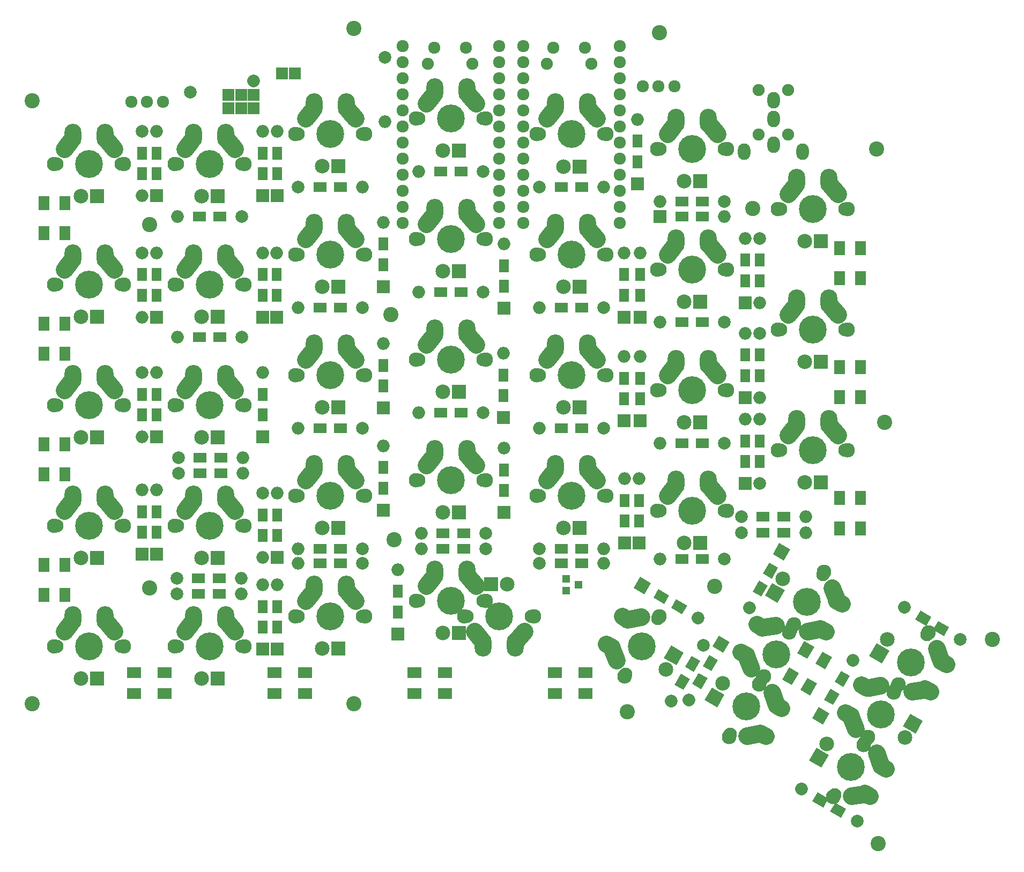
<source format=gts>
G04 #@! TF.FileFunction,Soldermask,Top*
%FSLAX46Y46*%
G04 Gerber Fmt 4.6, Leading zero omitted, Abs format (unit mm)*
G04 Created by KiCad (PCBNEW 4.0.7) date 07/12/18 18:39:29*
%MOMM*%
%LPD*%
G01*
G04 APERTURE LIST*
%ADD10C,0.100000*%
%ADD11C,2.400000*%
%ADD12C,4.400000*%
%ADD13C,2.300000*%
%ADD14C,2.800000*%
%ADD15O,2.700000X3.737000*%
%ADD16C,2.100000*%
%ADD17C,1.924000*%
%ADD18C,2.000000*%
%ADD19C,2.000000*%
%ADD20O,2.000000X2.000000*%
%ADD21R,1.924000X1.924000*%
%ADD22C,1.900000*%
%ADD23R,1.600000X2.000000*%
%ADD24R,2.000000X1.600000*%
%ADD25C,2.305000*%
%ADD26R,2.305000X2.305000*%
%ADD27R,1.300000X1.200000*%
%ADD28C,2.700000*%
%ADD29R,2.000000X2.000000*%
%ADD30R,1.800000X2.200000*%
%ADD31R,2.200000X1.800000*%
%ADD32O,2.000000X2.600000*%
G04 APERTURE END LIST*
D10*
D11*
X177038000Y-37211000D03*
X77978000Y-48006000D03*
X211328000Y-55626000D03*
X77978000Y-143256000D03*
X128778000Y-143256000D03*
X171958000Y-144526000D03*
X212598000Y-98806000D03*
X211582000Y-165354000D03*
X229616000Y-133096000D03*
D12*
X144145000Y-127031750D03*
D13*
X149645000Y-127031750D03*
X138645000Y-127031750D03*
D14*
X148083558Y-124644959D02*
X146926540Y-123266079D01*
X141363460Y-123266079D02*
X140206442Y-124644959D01*
D15*
X141625000Y-122531750D03*
X146665000Y-122531750D03*
D16*
X139065000Y-127031750D03*
X149225000Y-127031750D03*
D12*
X125095000Y-110363000D03*
D13*
X119595000Y-110363000D03*
X130595000Y-110363000D03*
D14*
X121156442Y-107976209D02*
X122313460Y-106597329D01*
X127876540Y-106597329D02*
X129033558Y-107976209D01*
D15*
X127615000Y-105863000D03*
X122575000Y-105863000D03*
D16*
X130175000Y-110363000D03*
X120015000Y-110363000D03*
D12*
X125095000Y-91313000D03*
D13*
X119595000Y-91313000D03*
X130595000Y-91313000D03*
D14*
X121156442Y-88926209D02*
X122313460Y-87547329D01*
X127876540Y-87547329D02*
X129033558Y-88926209D01*
D15*
X127615000Y-86813000D03*
X122575000Y-86813000D03*
D16*
X130175000Y-91313000D03*
X120015000Y-91313000D03*
D12*
X86995000Y-115125500D03*
D13*
X92495000Y-115125500D03*
X81495000Y-115125500D03*
D14*
X90933558Y-112738709D02*
X89776540Y-111359829D01*
X84213460Y-111359829D02*
X83056442Y-112738709D01*
D15*
X84475000Y-110625500D03*
X89515000Y-110625500D03*
D16*
X81915000Y-115125500D03*
X92075000Y-115125500D03*
D12*
X86995000Y-57975500D03*
D13*
X92495000Y-57975500D03*
X81495000Y-57975500D03*
D14*
X90933558Y-55588709D02*
X89776540Y-54209829D01*
X84213460Y-54209829D02*
X83056442Y-55588709D01*
D15*
X84475000Y-53475500D03*
X89515000Y-53475500D03*
D16*
X81915000Y-57975500D03*
X92075000Y-57975500D03*
D12*
X182245000Y-55594250D03*
D13*
X176745000Y-55594250D03*
X187745000Y-55594250D03*
D14*
X178306442Y-53207459D02*
X179463460Y-51828579D01*
X185026540Y-51828579D02*
X186183558Y-53207459D01*
D15*
X184765000Y-51094250D03*
X179725000Y-51094250D03*
D16*
X187325000Y-55594250D03*
X177165000Y-55594250D03*
D17*
X170815000Y-39370000D03*
X170815000Y-41910000D03*
X170815000Y-44450000D03*
X170815000Y-46990000D03*
X170815000Y-49530000D03*
X170815000Y-52070000D03*
X170815000Y-54610000D03*
X170815000Y-57150000D03*
X170815000Y-59690000D03*
X170815000Y-62230000D03*
X170815000Y-64770000D03*
X170815000Y-67310000D03*
X155575000Y-67310000D03*
X155575000Y-64770000D03*
X155575000Y-62230000D03*
X155575000Y-59690000D03*
X155575000Y-57150000D03*
X155575000Y-54610000D03*
X155575000Y-52070000D03*
X155575000Y-49530000D03*
X155575000Y-46990000D03*
X155575000Y-44450000D03*
X155575000Y-41910000D03*
X155575000Y-39370000D03*
D18*
X102997000Y-46609000D03*
D19*
X113002647Y-44844735D02*
X113002647Y-44844735D01*
D18*
X133731000Y-41148000D03*
D20*
X133731000Y-51308000D03*
D21*
X119491000Y-43688000D03*
X117491000Y-43688000D03*
D17*
X160314000Y-39624000D03*
X165314000Y-39624000D03*
D22*
X159314000Y-42124000D03*
X166314000Y-42124000D03*
D17*
X96139000Y-48133000D03*
X93639000Y-48133000D03*
X98639000Y-48133000D03*
X176911000Y-45720000D03*
X174411000Y-45720000D03*
X179411000Y-45720000D03*
X146518000Y-39624000D03*
X141518000Y-39624000D03*
D22*
X147518000Y-42124000D03*
X140518000Y-42124000D03*
D23*
X95377000Y-59542000D03*
D18*
X95377000Y-52832000D03*
D20*
X95377000Y-62992000D03*
D23*
X95377000Y-56282000D03*
D24*
X104415000Y-66294000D03*
D18*
X111125000Y-66294000D03*
D20*
X100965000Y-66294000D03*
D24*
X107675000Y-66294000D03*
X126725000Y-61595000D03*
D18*
X120015000Y-61595000D03*
D20*
X130175000Y-61595000D03*
D24*
X123465000Y-61595000D03*
X142515000Y-59182000D03*
D18*
X149225000Y-59182000D03*
D20*
X139065000Y-59182000D03*
D24*
X145775000Y-59182000D03*
X164825000Y-61595000D03*
D18*
X158115000Y-61595000D03*
D20*
X168275000Y-61595000D03*
D24*
X161565000Y-61595000D03*
X180615000Y-63881000D03*
D18*
X187325000Y-63881000D03*
D20*
X177165000Y-63881000D03*
D24*
X183875000Y-63881000D03*
D23*
X192913000Y-76433000D03*
D18*
X192913000Y-69723000D03*
D20*
X192913000Y-79883000D03*
D23*
X192913000Y-73173000D03*
X95377000Y-78719000D03*
D18*
X95377000Y-72009000D03*
D20*
X95377000Y-82169000D03*
D23*
X95377000Y-75459000D03*
D24*
X104415000Y-85344000D03*
D18*
X111125000Y-85344000D03*
D20*
X100965000Y-85344000D03*
D24*
X107675000Y-85344000D03*
X123465000Y-80645000D03*
D18*
X130175000Y-80645000D03*
D20*
X120015000Y-80645000D03*
D24*
X126725000Y-80645000D03*
X164825000Y-121031000D03*
D18*
X158115000Y-121031000D03*
D20*
X168275000Y-121031000D03*
D24*
X161565000Y-121031000D03*
X142515000Y-78232000D03*
D18*
X149225000Y-78232000D03*
D20*
X139065000Y-78232000D03*
D24*
X145775000Y-78232000D03*
X161565000Y-80645000D03*
D18*
X168275000Y-80645000D03*
D20*
X158115000Y-80645000D03*
D24*
X164825000Y-80645000D03*
X180615000Y-82931000D03*
D18*
X187325000Y-82931000D03*
D20*
X177165000Y-82931000D03*
D24*
X183875000Y-82931000D03*
D23*
X192913000Y-91419000D03*
D18*
X192913000Y-84709000D03*
D20*
X192913000Y-94869000D03*
D23*
X192913000Y-88159000D03*
X95377000Y-97642000D03*
D18*
X95377000Y-90932000D03*
D20*
X95377000Y-101092000D03*
D23*
X95377000Y-94382000D03*
D24*
X107802000Y-104394000D03*
D18*
X101092000Y-104394000D03*
D20*
X111252000Y-104394000D03*
D24*
X104542000Y-104394000D03*
X123465000Y-99695000D03*
D18*
X130175000Y-99695000D03*
D20*
X120015000Y-99695000D03*
D24*
X126725000Y-99695000D03*
X142515000Y-97282000D03*
D18*
X149225000Y-97282000D03*
D20*
X139065000Y-97282000D03*
D24*
X145775000Y-97282000D03*
X161565000Y-99695000D03*
D18*
X168275000Y-99695000D03*
D20*
X158115000Y-99695000D03*
D24*
X164825000Y-99695000D03*
X180615000Y-102108000D03*
D18*
X187325000Y-102108000D03*
D20*
X177165000Y-102108000D03*
D24*
X183875000Y-102108000D03*
D23*
X192913000Y-101748000D03*
D18*
X192913000Y-108458000D03*
D20*
X192913000Y-98298000D03*
D23*
X192913000Y-105008000D03*
D24*
X107802000Y-106807000D03*
D18*
X101092000Y-106807000D03*
D20*
X111252000Y-106807000D03*
D24*
X104542000Y-106807000D03*
D23*
X114427000Y-116692000D03*
D18*
X114427000Y-109982000D03*
D20*
X114427000Y-120142000D03*
D23*
X114427000Y-113432000D03*
D24*
X123465000Y-118745000D03*
D18*
X130175000Y-118745000D03*
D20*
X120015000Y-118745000D03*
D24*
X126725000Y-118745000D03*
X142896000Y-116332000D03*
D18*
X149606000Y-116332000D03*
D20*
X139446000Y-116332000D03*
D24*
X146156000Y-116332000D03*
X164825000Y-118745000D03*
D18*
X158115000Y-118745000D03*
D20*
X168275000Y-118745000D03*
D24*
X161565000Y-118745000D03*
X180615000Y-120396000D03*
D18*
X187325000Y-120396000D03*
D20*
X177165000Y-120396000D03*
D24*
X183875000Y-120396000D03*
D10*
G36*
X180475180Y-138530005D02*
X181860820Y-139330005D01*
X180860820Y-141062055D01*
X179475180Y-140262055D01*
X180475180Y-138530005D01*
X180475180Y-138530005D01*
G37*
D18*
X184023000Y-133985000D03*
D19*
X178943000Y-142783818D02*
X178943000Y-142783818D01*
D10*
G36*
X182105180Y-135706763D02*
X183490820Y-136506763D01*
X182490820Y-138238813D01*
X181105180Y-137438813D01*
X182105180Y-135706763D01*
X182105180Y-135706763D01*
G37*
D24*
X107548000Y-123444000D03*
D18*
X100838000Y-123444000D03*
D20*
X110998000Y-123444000D03*
D24*
X104288000Y-123444000D03*
X107548000Y-125857000D03*
D18*
X100838000Y-125857000D03*
D20*
X110998000Y-125857000D03*
D24*
X104288000Y-125857000D03*
X123465000Y-121031000D03*
D18*
X130175000Y-121031000D03*
D20*
X120015000Y-121031000D03*
D24*
X126725000Y-121031000D03*
X142896000Y-118745000D03*
D18*
X149606000Y-118745000D03*
D20*
X139446000Y-118745000D03*
D24*
X146156000Y-118745000D03*
D25*
X85725000Y-63055500D03*
D26*
X88265000Y-63055500D03*
D25*
X104775000Y-63055500D03*
D26*
X107315000Y-63055500D03*
D25*
X123825000Y-58293000D03*
D26*
X126365000Y-58293000D03*
D25*
X142875000Y-55911750D03*
D26*
X145415000Y-55911750D03*
D25*
X161925000Y-58420000D03*
D26*
X164465000Y-58420000D03*
D25*
X180975000Y-60674250D03*
D26*
X183515000Y-60674250D03*
D25*
X200025000Y-70199250D03*
D26*
X202565000Y-70199250D03*
D25*
X85725000Y-82105500D03*
D26*
X88265000Y-82105500D03*
D25*
X104775000Y-82105500D03*
D26*
X107315000Y-82105500D03*
D25*
X123825000Y-77343000D03*
D26*
X126365000Y-77343000D03*
D25*
X142875000Y-74961750D03*
D26*
X145415000Y-74961750D03*
D25*
X161925000Y-77343000D03*
D26*
X164465000Y-77343000D03*
D25*
X180975000Y-79724250D03*
D26*
X183515000Y-79724250D03*
D25*
X200025000Y-89249250D03*
D26*
X202565000Y-89249250D03*
D25*
X85725000Y-101155500D03*
D26*
X88265000Y-101155500D03*
D25*
X104775000Y-101155500D03*
D26*
X107315000Y-101155500D03*
D25*
X123825000Y-96393000D03*
D26*
X126365000Y-96393000D03*
D25*
X142875000Y-94011750D03*
D26*
X145415000Y-94011750D03*
D25*
X161925000Y-96393000D03*
D26*
X164465000Y-96393000D03*
D25*
X180975000Y-98774250D03*
D26*
X183515000Y-98774250D03*
D25*
X200025000Y-108299250D03*
D26*
X202565000Y-108299250D03*
D25*
X85725000Y-120205500D03*
D26*
X88265000Y-120205500D03*
D25*
X104775000Y-120205500D03*
D26*
X107315000Y-120205500D03*
D25*
X123825000Y-115443000D03*
D26*
X126365000Y-115443000D03*
D25*
X142875000Y-113061750D03*
D26*
X145415000Y-113061750D03*
D25*
X161925000Y-115443000D03*
D26*
X164465000Y-115443000D03*
D25*
X180975000Y-117824250D03*
D26*
X183515000Y-117824250D03*
D25*
X178056409Y-137815102D03*
D10*
G36*
X179748253Y-137189742D02*
X177752065Y-136037242D01*
X178904565Y-134041054D01*
X180900753Y-135193554D01*
X179748253Y-137189742D01*
X179748253Y-137189742D01*
G37*
D25*
X85725000Y-139255500D03*
D26*
X88265000Y-139255500D03*
D25*
X104775000Y-139255500D03*
D26*
X107315000Y-139255500D03*
D25*
X123825000Y-134493000D03*
D26*
X126365000Y-134493000D03*
D25*
X142875000Y-132111750D03*
D26*
X145415000Y-132111750D03*
D17*
X136525000Y-39370000D03*
X136525000Y-41910000D03*
X136525000Y-44450000D03*
X136525000Y-46990000D03*
X136525000Y-49530000D03*
X136525000Y-52070000D03*
X136525000Y-54610000D03*
X136525000Y-57150000D03*
X136525000Y-59690000D03*
X136525000Y-62230000D03*
X136525000Y-64770000D03*
X136525000Y-67310000D03*
X151765000Y-67310000D03*
X151765000Y-64770000D03*
X151765000Y-62230000D03*
X151765000Y-59690000D03*
X151765000Y-57150000D03*
X151765000Y-54610000D03*
X151765000Y-52070000D03*
X151765000Y-49530000D03*
X151765000Y-46990000D03*
X151765000Y-44450000D03*
X151765000Y-41910000D03*
X151765000Y-39370000D03*
D25*
X153035000Y-124333000D03*
D26*
X150495000Y-124333000D03*
D10*
G36*
X206112820Y-140615995D02*
X204727180Y-139815995D01*
X205727180Y-138083945D01*
X207112820Y-138883945D01*
X206112820Y-140615995D01*
X206112820Y-140615995D01*
G37*
G36*
X202931025Y-146527025D02*
X201198975Y-145527025D01*
X202198975Y-143794975D01*
X203931025Y-144794975D01*
X202931025Y-146527025D01*
X202931025Y-146527025D01*
G37*
D19*
X207645000Y-136362182D02*
X207645000Y-136362182D01*
D10*
G36*
X204482820Y-143439237D02*
X203097180Y-142639237D01*
X204097180Y-140907187D01*
X205482820Y-141707187D01*
X204482820Y-143439237D01*
X204482820Y-143439237D01*
G37*
D27*
X162322000Y-123510000D03*
X162322000Y-125410000D03*
X164322000Y-124460000D03*
D12*
X86995000Y-77025500D03*
D13*
X92495000Y-77025500D03*
X81495000Y-77025500D03*
D14*
X90933558Y-74638709D02*
X89776540Y-73259829D01*
X84213460Y-73259829D02*
X83056442Y-74638709D01*
D15*
X84475000Y-72525500D03*
X89515000Y-72525500D03*
D16*
X81915000Y-77025500D03*
X92075000Y-77025500D03*
D12*
X86995000Y-96075500D03*
D13*
X92495000Y-96075500D03*
X81495000Y-96075500D03*
D14*
X90933558Y-93688709D02*
X89776540Y-92309829D01*
X84213460Y-92309829D02*
X83056442Y-93688709D01*
D15*
X84475000Y-91575500D03*
X89515000Y-91575500D03*
D16*
X81915000Y-96075500D03*
X92075000Y-96075500D03*
D12*
X106045000Y-57975500D03*
D13*
X100545000Y-57975500D03*
X111545000Y-57975500D03*
D14*
X102106442Y-55588709D02*
X103263460Y-54209829D01*
X108826540Y-54209829D02*
X109983558Y-55588709D01*
D15*
X108565000Y-53475500D03*
X103525000Y-53475500D03*
D16*
X111125000Y-57975500D03*
X100965000Y-57975500D03*
D12*
X106045000Y-77025500D03*
D13*
X100545000Y-77025500D03*
X111545000Y-77025500D03*
D14*
X102106442Y-74638709D02*
X103263460Y-73259829D01*
X108826540Y-73259829D02*
X109983558Y-74638709D01*
D15*
X108565000Y-72525500D03*
X103525000Y-72525500D03*
D16*
X111125000Y-77025500D03*
X100965000Y-77025500D03*
D12*
X106045000Y-96075500D03*
D13*
X100545000Y-96075500D03*
X111545000Y-96075500D03*
D14*
X102106442Y-93688709D02*
X103263460Y-92309829D01*
X108826540Y-92309829D02*
X109983558Y-93688709D01*
D15*
X108565000Y-91575500D03*
X103525000Y-91575500D03*
D16*
X111125000Y-96075500D03*
X100965000Y-96075500D03*
D12*
X106045000Y-115125500D03*
D13*
X100545000Y-115125500D03*
X111545000Y-115125500D03*
D14*
X102106442Y-112738709D02*
X103263460Y-111359829D01*
X108826540Y-111359829D02*
X109983558Y-112738709D01*
D15*
X108565000Y-110625500D03*
X103525000Y-110625500D03*
D16*
X111125000Y-115125500D03*
X100965000Y-115125500D03*
D12*
X125095000Y-53213000D03*
D13*
X130595000Y-53213000D03*
X119595000Y-53213000D03*
D14*
X129033558Y-50826209D02*
X127876540Y-49447329D01*
X122313460Y-49447329D02*
X121156442Y-50826209D01*
D15*
X122575000Y-48713000D03*
X127615000Y-48713000D03*
D16*
X120015000Y-53213000D03*
X130175000Y-53213000D03*
D12*
X125095000Y-72263000D03*
D13*
X130595000Y-72263000D03*
X119595000Y-72263000D03*
D14*
X129033558Y-69876209D02*
X127876540Y-68497329D01*
X122313460Y-68497329D02*
X121156442Y-69876209D01*
D15*
X122575000Y-67763000D03*
X127615000Y-67763000D03*
D16*
X120015000Y-72263000D03*
X130175000Y-72263000D03*
D12*
X144145000Y-50831750D03*
D13*
X138645000Y-50831750D03*
X149645000Y-50831750D03*
D14*
X140206442Y-48444959D02*
X141363460Y-47066079D01*
X146926540Y-47066079D02*
X148083558Y-48444959D01*
D15*
X146665000Y-46331750D03*
X141625000Y-46331750D03*
D16*
X149225000Y-50831750D03*
X139065000Y-50831750D03*
D12*
X144145000Y-69881750D03*
D13*
X138645000Y-69881750D03*
X149645000Y-69881750D03*
D14*
X140206442Y-67494959D02*
X141363460Y-66116079D01*
X146926540Y-66116079D02*
X148083558Y-67494959D01*
D15*
X146665000Y-65381750D03*
X141625000Y-65381750D03*
D16*
X149225000Y-69881750D03*
X139065000Y-69881750D03*
D12*
X144145000Y-88931750D03*
D13*
X138645000Y-88931750D03*
X149645000Y-88931750D03*
D14*
X140206442Y-86544959D02*
X141363460Y-85166079D01*
X146926540Y-85166079D02*
X148083558Y-86544959D01*
D15*
X146665000Y-84431750D03*
X141625000Y-84431750D03*
D16*
X149225000Y-88931750D03*
X139065000Y-88931750D03*
D12*
X144145000Y-107981750D03*
D13*
X138645000Y-107981750D03*
X149645000Y-107981750D03*
D14*
X140206442Y-105594959D02*
X141363460Y-104216079D01*
X146926540Y-104216079D02*
X148083558Y-105594959D01*
D15*
X146665000Y-103481750D03*
X141625000Y-103481750D03*
D16*
X149225000Y-107981750D03*
X139065000Y-107981750D03*
D12*
X163195000Y-53213000D03*
D13*
X157695000Y-53213000D03*
X168695000Y-53213000D03*
D14*
X159256442Y-50826209D02*
X160413460Y-49447329D01*
X165976540Y-49447329D02*
X167133558Y-50826209D01*
D15*
X165715000Y-48713000D03*
X160675000Y-48713000D03*
D16*
X168275000Y-53213000D03*
X158115000Y-53213000D03*
D12*
X163195000Y-72263000D03*
D13*
X157695000Y-72263000D03*
X168695000Y-72263000D03*
D14*
X159256442Y-69876209D02*
X160413460Y-68497329D01*
X165976540Y-68497329D02*
X167133558Y-69876209D01*
D15*
X165715000Y-67763000D03*
X160675000Y-67763000D03*
D16*
X168275000Y-72263000D03*
X158115000Y-72263000D03*
D12*
X163195000Y-91313000D03*
D13*
X157695000Y-91313000D03*
X168695000Y-91313000D03*
D14*
X159256442Y-88926209D02*
X160413460Y-87547329D01*
X165976540Y-87547329D02*
X167133558Y-88926209D01*
D15*
X165715000Y-86813000D03*
X160675000Y-86813000D03*
D16*
X168275000Y-91313000D03*
X158115000Y-91313000D03*
D12*
X163195000Y-110363000D03*
D13*
X157695000Y-110363000D03*
X168695000Y-110363000D03*
D14*
X159256442Y-107976209D02*
X160413460Y-106597329D01*
X165976540Y-106597329D02*
X167133558Y-107976209D01*
D15*
X165715000Y-105863000D03*
X160675000Y-105863000D03*
D16*
X168275000Y-110363000D03*
X158115000Y-110363000D03*
D12*
X182245000Y-74644250D03*
D13*
X187745000Y-74644250D03*
X176745000Y-74644250D03*
D14*
X186183558Y-72257459D02*
X185026540Y-70878579D01*
X179463460Y-70878579D02*
X178306442Y-72257459D01*
D15*
X179725000Y-70144250D03*
X184765000Y-70144250D03*
D16*
X177165000Y-74644250D03*
X187325000Y-74644250D03*
D12*
X182245000Y-93694250D03*
D13*
X187745000Y-93694250D03*
X176745000Y-93694250D03*
D14*
X186183558Y-91307459D02*
X185026540Y-89928579D01*
X179463460Y-89928579D02*
X178306442Y-91307459D01*
D15*
X179725000Y-89194250D03*
X184765000Y-89194250D03*
D16*
X177165000Y-93694250D03*
X187325000Y-93694250D03*
D12*
X182245000Y-112744250D03*
D13*
X187745000Y-112744250D03*
X176745000Y-112744250D03*
D14*
X186183558Y-110357459D02*
X185026540Y-108978579D01*
X179463460Y-108978579D02*
X178306442Y-110357459D01*
D15*
X179725000Y-108244250D03*
X184765000Y-108244250D03*
D16*
X177165000Y-112744250D03*
X187325000Y-112744250D03*
D12*
X201295000Y-65119250D03*
D13*
X195795000Y-65119250D03*
X206795000Y-65119250D03*
D14*
X197356442Y-62732459D02*
X198513460Y-61353579D01*
X204076540Y-61353579D02*
X205233558Y-62732459D01*
D15*
X203815000Y-60619250D03*
X198775000Y-60619250D03*
D16*
X206375000Y-65119250D03*
X196215000Y-65119250D03*
D12*
X201295000Y-84169250D03*
D13*
X195795000Y-84169250D03*
X206795000Y-84169250D03*
D14*
X197356442Y-81782459D02*
X198513460Y-80403579D01*
X204076540Y-80403579D02*
X205233558Y-81782459D01*
D15*
X203815000Y-79669250D03*
X198775000Y-79669250D03*
D16*
X206375000Y-84169250D03*
X196215000Y-84169250D03*
D12*
X201295000Y-103219250D03*
D13*
X195795000Y-103219250D03*
X206795000Y-103219250D03*
D14*
X197356442Y-100832459D02*
X198513460Y-99453579D01*
X204076540Y-99453579D02*
X205233558Y-100832459D01*
D15*
X203815000Y-98719250D03*
X198775000Y-98719250D03*
D16*
X206375000Y-103219250D03*
X196215000Y-103219250D03*
D12*
X200315000Y-127202300D03*
D13*
X203065000Y-122439160D03*
X197565000Y-131965440D03*
D14*
X204351301Y-124984805D02*
X204966937Y-126676251D01*
X202185397Y-131494020D02*
X200412743Y-131806586D01*
D28*
X203401148Y-131893934D02*
X202503080Y-131375434D01*
X205921148Y-127529166D02*
X205023080Y-127010666D01*
D16*
X197775000Y-131601709D03*
X202855000Y-122802891D03*
D12*
X86995000Y-134175500D03*
D13*
X92495000Y-134175500D03*
X81495000Y-134175500D03*
D14*
X90933558Y-131788709D02*
X89776540Y-130409829D01*
X84213460Y-130409829D02*
X83056442Y-131788709D01*
D15*
X84475000Y-129675500D03*
X89515000Y-129675500D03*
D16*
X81915000Y-134175500D03*
X92075000Y-134175500D03*
D12*
X106045000Y-134175500D03*
D13*
X100545000Y-134175500D03*
X111545000Y-134175500D03*
D14*
X102106442Y-131788709D02*
X103263460Y-130409829D01*
X108826540Y-130409829D02*
X109983558Y-131788709D01*
D15*
X108565000Y-129675500D03*
X103525000Y-129675500D03*
D16*
X111125000Y-134175500D03*
X100965000Y-134175500D03*
D12*
X125095000Y-129413000D03*
D13*
X130595000Y-129413000D03*
X119595000Y-129413000D03*
D14*
X129033558Y-127026209D02*
X127876540Y-125647329D01*
X122313460Y-125647329D02*
X121156442Y-127026209D01*
D15*
X122575000Y-124913000D03*
X127615000Y-124913000D03*
D16*
X120015000Y-129413000D03*
X130175000Y-129413000D03*
D12*
X174292000Y-134175250D03*
D13*
X171542000Y-138938390D03*
X177042000Y-129412110D03*
D14*
X170255699Y-136392745D02*
X169640063Y-134701299D01*
X172421603Y-129883530D02*
X174194257Y-129570964D01*
D28*
X171205852Y-129483616D02*
X172103920Y-130002116D01*
X168685852Y-133848384D02*
X169583920Y-134366884D01*
D16*
X176832000Y-129775841D03*
X171752000Y-138574659D03*
D12*
X190790000Y-143700300D03*
D13*
X193540000Y-138937160D03*
X188040000Y-148463440D03*
D14*
X194826301Y-141482805D02*
X195441937Y-143174251D01*
X192660397Y-147992020D02*
X190887743Y-148304586D01*
D28*
X193876148Y-148391934D02*
X192978080Y-147873434D01*
X196396148Y-144027166D02*
X195498080Y-143508666D01*
D16*
X188250000Y-148099709D03*
X193330000Y-139300891D03*
D12*
X195552500Y-135451250D03*
D13*
X192802500Y-140214390D03*
X198302500Y-130688110D03*
D14*
X191516199Y-137668745D02*
X190900563Y-135977299D01*
X193682103Y-131159530D02*
X195454757Y-130846964D01*
D28*
X192466352Y-130759616D02*
X193364420Y-131278116D01*
X189946352Y-135124384D02*
X190844420Y-135642884D01*
D16*
X198092500Y-131051841D03*
X193012500Y-139850659D03*
D12*
X151765000Y-129413000D03*
D13*
X157265000Y-129413000D03*
X146265000Y-129413000D03*
D14*
X155703558Y-131799791D02*
X154546540Y-133178671D01*
X148983460Y-133178671D02*
X147826442Y-131799791D01*
D15*
X149245000Y-133913000D03*
X154285000Y-133913000D03*
D16*
X146685000Y-129413000D03*
X156845000Y-129413000D03*
D12*
X216813000Y-136727350D03*
D13*
X219563000Y-131964210D03*
X214063000Y-141490490D03*
D14*
X220849301Y-134509855D02*
X221464937Y-136201301D01*
X218683397Y-141019070D02*
X216910743Y-141331636D01*
D28*
X219899148Y-141418984D02*
X219001080Y-140900484D01*
X222419148Y-137054216D02*
X221521080Y-136535716D01*
D16*
X214273000Y-141126759D03*
X219353000Y-132327941D03*
D12*
X212050500Y-144976300D03*
D13*
X209300500Y-149739440D03*
X214800500Y-140213160D03*
D14*
X208014199Y-147193795D02*
X207398563Y-145502349D01*
X210180103Y-140684580D02*
X211952757Y-140372014D01*
D28*
X208964352Y-140284666D02*
X209862420Y-140803166D01*
X206444352Y-144649434D02*
X207342420Y-145167934D01*
D16*
X214590500Y-140576891D03*
X209510500Y-149375709D03*
D12*
X207288000Y-153225350D03*
D13*
X210038000Y-148462210D03*
X204538000Y-157988490D03*
D14*
X211324301Y-151007855D02*
X211939937Y-152699301D01*
X209158397Y-157517070D02*
X207385743Y-157829636D01*
D28*
X210374148Y-157916984D02*
X209476080Y-157398484D01*
X212894148Y-153552216D02*
X211996080Y-153033716D01*
D16*
X204748000Y-157624759D03*
X209828000Y-148825941D03*
D21*
X112998000Y-47032000D03*
X110998000Y-47032000D03*
X108998000Y-47032000D03*
X112998000Y-49191000D03*
X110998000Y-49191000D03*
X108998000Y-49191000D03*
D25*
X196550591Y-123562448D03*
D10*
G36*
X194858747Y-124187808D02*
X196854935Y-125340308D01*
X195702435Y-127336496D01*
X193706247Y-126183996D01*
X194858747Y-124187808D01*
X194858747Y-124187808D01*
G37*
D25*
X213048591Y-133087498D03*
D10*
G36*
X211356747Y-133712858D02*
X213352935Y-134865358D01*
X212200435Y-136861546D01*
X210204247Y-135709046D01*
X211356747Y-133712858D01*
X211356747Y-133712858D01*
G37*
D25*
X187025591Y-140060448D03*
D10*
G36*
X185333747Y-140685808D02*
X187329935Y-141838308D01*
X186177435Y-143834496D01*
X184181247Y-142681996D01*
X185333747Y-140685808D01*
X185333747Y-140685808D01*
G37*
D25*
X203523591Y-149585498D03*
D10*
G36*
X201831747Y-150210858D02*
X203827935Y-151363358D01*
X202675435Y-153359546D01*
X200679247Y-152207046D01*
X201831747Y-150210858D01*
X201831747Y-150210858D01*
G37*
D24*
X196702000Y-113665000D03*
D18*
X189992000Y-113665000D03*
D20*
X200152000Y-113665000D03*
D24*
X193442000Y-113665000D03*
D10*
G36*
X219990995Y-129548180D02*
X219190995Y-130933820D01*
X217458945Y-129933820D01*
X218258945Y-128548180D01*
X219990995Y-129548180D01*
X219990995Y-129548180D01*
G37*
D18*
X224536000Y-133096000D03*
D19*
X215737182Y-128016000D02*
X215737182Y-128016000D01*
D10*
G36*
X222814237Y-131178180D02*
X222014237Y-132563820D01*
X220282187Y-131563820D01*
X221082187Y-130178180D01*
X222814237Y-131178180D01*
X222814237Y-131178180D01*
G37*
D24*
X196702000Y-116205000D03*
D18*
X189992000Y-116205000D03*
D20*
X200152000Y-116205000D03*
D24*
X193442000Y-116205000D03*
D10*
G36*
X203734995Y-158250180D02*
X202934995Y-159635820D01*
X201202945Y-158635820D01*
X202002945Y-157250180D01*
X203734995Y-158250180D01*
X203734995Y-158250180D01*
G37*
D18*
X208280000Y-161798000D03*
D19*
X199481182Y-156718000D02*
X199481182Y-156718000D01*
D10*
G36*
X206558237Y-159880180D02*
X205758237Y-161265820D01*
X204026187Y-160265820D01*
X204826187Y-158880180D01*
X206558237Y-159880180D01*
X206558237Y-159880180D01*
G37*
D25*
X215814909Y-148616152D03*
D10*
G36*
X217506753Y-147990792D02*
X215510565Y-146838292D01*
X216663065Y-144842104D01*
X218659253Y-145994604D01*
X217506753Y-147990792D01*
X217506753Y-147990792D01*
G37*
D23*
X97663000Y-56282000D03*
D29*
X97663000Y-62992000D03*
D20*
X97663000Y-52832000D03*
D23*
X97663000Y-59542000D03*
X97663000Y-75459000D03*
D29*
X97663000Y-82169000D03*
D20*
X97663000Y-72009000D03*
D23*
X97663000Y-78719000D03*
X97663000Y-94382000D03*
D29*
X97663000Y-101092000D03*
D20*
X97663000Y-90932000D03*
D23*
X97663000Y-97642000D03*
X95377000Y-112924000D03*
D29*
X95377000Y-119634000D03*
D20*
X95377000Y-109474000D03*
D23*
X95377000Y-116184000D03*
X114427000Y-56282000D03*
D29*
X114427000Y-62992000D03*
D20*
X114427000Y-52832000D03*
D23*
X114427000Y-59542000D03*
X114427000Y-75459000D03*
D29*
X114427000Y-82169000D03*
D20*
X114427000Y-72009000D03*
D23*
X114427000Y-78719000D03*
X114427000Y-94382000D03*
D29*
X114427000Y-101092000D03*
D20*
X114427000Y-90932000D03*
D23*
X114427000Y-97642000D03*
X116713000Y-113432000D03*
D29*
X116713000Y-120142000D03*
D20*
X116713000Y-109982000D03*
D23*
X116713000Y-116692000D03*
X116713000Y-56282000D03*
D29*
X116713000Y-62992000D03*
D20*
X116713000Y-52832000D03*
D23*
X116713000Y-59542000D03*
X116586000Y-75459000D03*
D29*
X116586000Y-82169000D03*
D20*
X116586000Y-72009000D03*
D23*
X116586000Y-78719000D03*
X133477000Y-89810000D03*
D29*
X133477000Y-96520000D03*
D20*
X133477000Y-86360000D03*
D23*
X133477000Y-93070000D03*
X133477000Y-105939000D03*
D29*
X133477000Y-112649000D03*
D20*
X133477000Y-102489000D03*
D23*
X133477000Y-109199000D03*
X133477000Y-70633000D03*
D29*
X133477000Y-77343000D03*
D20*
X133477000Y-67183000D03*
D23*
X133477000Y-73893000D03*
X152527000Y-74062000D03*
D29*
X152527000Y-80772000D03*
D20*
X152527000Y-70612000D03*
D23*
X152527000Y-77322000D03*
X152400000Y-91334000D03*
D29*
X152400000Y-98044000D03*
D20*
X152400000Y-87884000D03*
D23*
X152400000Y-94594000D03*
X152527000Y-106320000D03*
D29*
X152527000Y-113030000D03*
D20*
X152527000Y-102870000D03*
D23*
X152527000Y-109580000D03*
X173609000Y-54377000D03*
D29*
X173609000Y-61087000D03*
D20*
X173609000Y-50927000D03*
D23*
X173609000Y-57637000D03*
X171450000Y-75459000D03*
D29*
X171450000Y-82169000D03*
D20*
X171450000Y-72009000D03*
D23*
X171450000Y-78719000D03*
X171450000Y-91842000D03*
D29*
X171450000Y-98552000D03*
D20*
X171450000Y-88392000D03*
D23*
X171450000Y-95102000D03*
X171577000Y-111146000D03*
D29*
X171577000Y-117856000D03*
D20*
X171577000Y-107696000D03*
D23*
X171577000Y-114406000D03*
D24*
X183875000Y-66294000D03*
D29*
X177165000Y-66294000D03*
D20*
X187325000Y-66294000D03*
D24*
X180615000Y-66294000D03*
D23*
X173990000Y-75459000D03*
D29*
X173990000Y-82169000D03*
D20*
X173990000Y-72009000D03*
D23*
X173990000Y-78719000D03*
X173990000Y-91842000D03*
D29*
X173990000Y-98552000D03*
D20*
X173990000Y-88392000D03*
D23*
X173990000Y-95102000D03*
X173863000Y-111146000D03*
D29*
X173863000Y-117856000D03*
D20*
X173863000Y-107696000D03*
D23*
X173863000Y-114406000D03*
X190627000Y-73173000D03*
D29*
X190627000Y-79883000D03*
D20*
X190627000Y-69723000D03*
D23*
X190627000Y-76433000D03*
X190627000Y-88159000D03*
D29*
X190627000Y-94869000D03*
D20*
X190627000Y-84709000D03*
D23*
X190627000Y-91419000D03*
X190627000Y-101748000D03*
D29*
X190627000Y-108458000D03*
D20*
X190627000Y-98298000D03*
D23*
X190627000Y-105008000D03*
D10*
G36*
X192794180Y-123798005D02*
X194179820Y-124598005D01*
X193179820Y-126330055D01*
X191794180Y-125530055D01*
X192794180Y-123798005D01*
X192794180Y-123798005D01*
G37*
G36*
X195975975Y-117886975D02*
X197708025Y-118886975D01*
X196708025Y-120619025D01*
X194975975Y-119619025D01*
X195975975Y-117886975D01*
X195975975Y-117886975D01*
G37*
D19*
X191262000Y-128051818D02*
X191262000Y-128051818D01*
D10*
G36*
X194424180Y-120974763D02*
X195809820Y-121774763D01*
X194809820Y-123506813D01*
X193424180Y-122706813D01*
X194424180Y-120974763D01*
X194424180Y-120974763D01*
G37*
D23*
X97663000Y-112924000D03*
D29*
X97663000Y-119634000D03*
D20*
X97663000Y-109474000D03*
D23*
X97663000Y-116184000D03*
X114427000Y-127910000D03*
D29*
X114427000Y-134620000D03*
D20*
X114427000Y-124460000D03*
D23*
X114427000Y-131170000D03*
X116713000Y-127910000D03*
D29*
X116713000Y-134620000D03*
D20*
X116713000Y-124460000D03*
D23*
X116713000Y-131170000D03*
X135763000Y-125497000D03*
D29*
X135763000Y-132207000D03*
D20*
X135763000Y-122047000D03*
D23*
X135763000Y-128757000D03*
D10*
G36*
X178916005Y-128134820D02*
X179716005Y-126749180D01*
X181448055Y-127749180D01*
X180648055Y-129134820D01*
X178916005Y-128134820D01*
X178916005Y-128134820D01*
G37*
G36*
X173004975Y-124953025D02*
X174004975Y-123220975D01*
X175737025Y-124220975D01*
X174737025Y-125953025D01*
X173004975Y-124953025D01*
X173004975Y-124953025D01*
G37*
D19*
X183169818Y-129667000D02*
X183169818Y-129667000D01*
D10*
G36*
X176092763Y-126504820D02*
X176892763Y-125119180D01*
X178624813Y-126119180D01*
X177824813Y-127504820D01*
X176092763Y-126504820D01*
X176092763Y-126504820D01*
G37*
G36*
X183269180Y-138403005D02*
X184654820Y-139203005D01*
X183654820Y-140935055D01*
X182269180Y-140135055D01*
X183269180Y-138403005D01*
X183269180Y-138403005D01*
G37*
G36*
X186450975Y-132491975D02*
X188183025Y-133491975D01*
X187183025Y-135224025D01*
X185450975Y-134224025D01*
X186450975Y-132491975D01*
X186450975Y-132491975D01*
G37*
D19*
X181737000Y-142656818D02*
X181737000Y-142656818D01*
D10*
G36*
X184899180Y-135579763D02*
X186284820Y-136379763D01*
X185284820Y-138111813D01*
X183899180Y-137311813D01*
X184899180Y-135579763D01*
X184899180Y-135579763D01*
G37*
D30*
X79884000Y-64148000D03*
X83184000Y-64148000D03*
X83184000Y-68948000D03*
X79884000Y-68948000D03*
X79884000Y-83198000D03*
X83184000Y-83198000D03*
X83184000Y-87998000D03*
X79884000Y-87998000D03*
X79884000Y-102248000D03*
X83184000Y-102248000D03*
X83184000Y-107048000D03*
X79884000Y-107048000D03*
X79884000Y-121298000D03*
X83184000Y-121298000D03*
X83184000Y-126098000D03*
X79884000Y-126098000D03*
D31*
X94120000Y-141604000D03*
X94120000Y-138304000D03*
X98920000Y-138304000D03*
X98920000Y-141604000D03*
X116260333Y-141604000D03*
X116260333Y-138304000D03*
X121060333Y-138304000D03*
X121060333Y-141604000D03*
X138400667Y-141604000D03*
X138400667Y-138304000D03*
X143200667Y-138304000D03*
X143200667Y-141604000D03*
X160541000Y-141604000D03*
X160541000Y-138304000D03*
X165341000Y-138304000D03*
X165341000Y-141604000D03*
D10*
G36*
X201964365Y-140068833D02*
X200864365Y-141974089D01*
X199305519Y-141074089D01*
X200405519Y-139168833D01*
X201964365Y-140068833D01*
X201964365Y-140068833D01*
G37*
G36*
X199106481Y-138418833D02*
X198006481Y-140324089D01*
X196447635Y-139424089D01*
X197547635Y-137518833D01*
X199106481Y-138418833D01*
X199106481Y-138418833D01*
G37*
G36*
X201506481Y-134261911D02*
X200406481Y-136167167D01*
X198847635Y-135267167D01*
X199947635Y-133361911D01*
X201506481Y-134261911D01*
X201506481Y-134261911D01*
G37*
G36*
X204364365Y-135911911D02*
X203264365Y-137817167D01*
X201705519Y-136917167D01*
X202805519Y-135011911D01*
X204364365Y-135911911D01*
X204364365Y-135911911D01*
G37*
D30*
X208787000Y-115557000D03*
X205487000Y-115557000D03*
X205487000Y-110757000D03*
X208787000Y-110757000D03*
X208787000Y-94856000D03*
X205487000Y-94856000D03*
X205487000Y-90056000D03*
X208787000Y-90056000D03*
X208787000Y-76060000D03*
X205487000Y-76060000D03*
X205487000Y-71260000D03*
X208787000Y-71260000D03*
D22*
X197372000Y-53304000D03*
X197372000Y-46304000D03*
D32*
X199672000Y-56004000D03*
X190472000Y-56004000D03*
X195072000Y-54904000D03*
X195072000Y-47904000D03*
D22*
X192772000Y-53304000D03*
X192772000Y-46304000D03*
D32*
X195072000Y-50904000D03*
D11*
X128778000Y-36576000D03*
X135128000Y-117348000D03*
X96520000Y-124968000D03*
X96520000Y-67564000D03*
X185801000Y-124714000D03*
X191770000Y-65024000D03*
X134620000Y-81788000D03*
M02*

</source>
